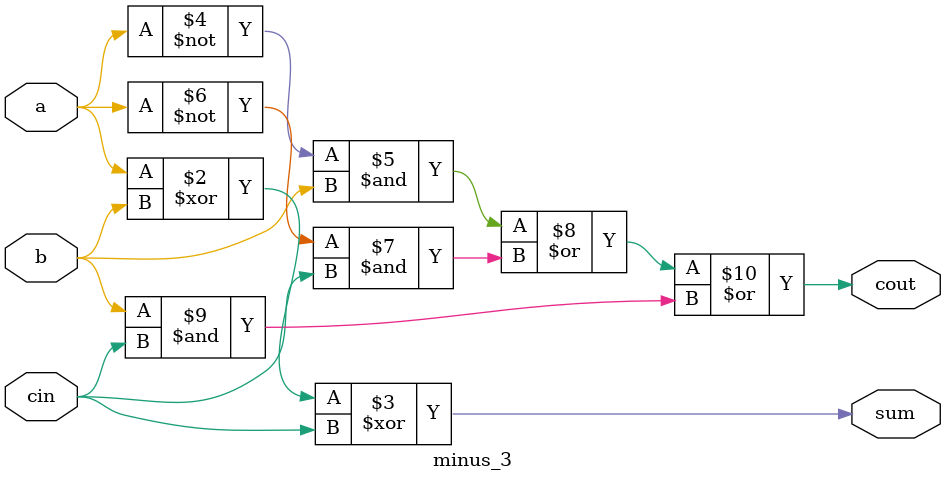
<source format=v>
`timescale 1ns / 1ps


module minus_3(
    input a,
    input b,
    input cin,
    output sum,
    output cout
    );
    reg sum;
    reg cout;
    always @ (a or b or cin) begin
        sum = a ^ b ^ cin;
        cout = (~a & b) | (~a & cin) | (b & cin);
    end
endmodule

</source>
